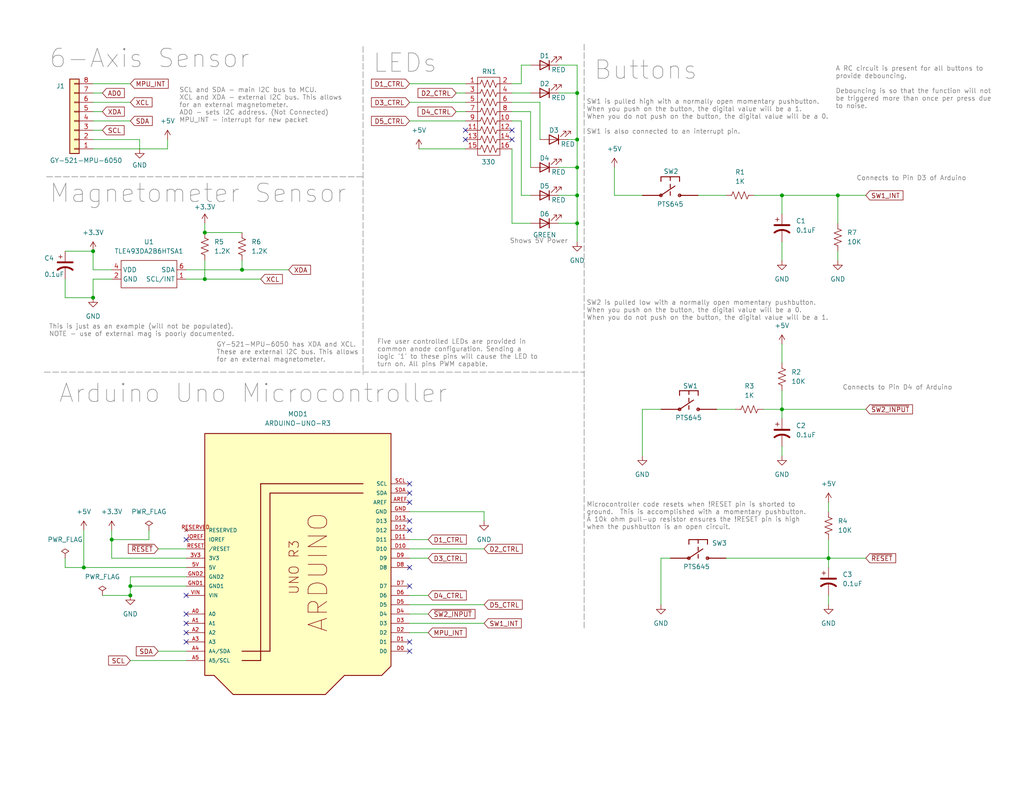
<source format=kicad_sch>
(kicad_sch (version 20230121) (generator eeschema)
  (paper "USLetter")
  (title_block (title "Week 3 Electrical Training Schematic") (date "2023-10-11") (rev "1.0") (company "RoboJackets"))
  (lib_symbols
    (symbol "Connector_Generic:Conn_01x08" (pin_names (offset 1.016) hide)
      (property "Reference" "J" (at 0 10.16 0))
      (property "Value" "Conn_01x08" (at 0 -12.7 0))
      (symbol "Conn_01x08_1_1"
        (rectangle (start -1.27 -10.033) (end 0 -10.287) (stroke (width 0.1524)))
        (rectangle (start -1.27 -7.493) (end 0 -7.747) (stroke (width 0.1524)))
        (rectangle (start -1.27 -4.953) (end 0 -5.207) (stroke (width 0.1524)))
        (rectangle (start -1.27 -2.413) (end 0 -2.667) (stroke (width 0.1524)))
        (rectangle (start -1.27 0.127) (end 0 -0.127) (stroke (width 0.1524)))
        (rectangle (start -1.27 2.667) (end 0 2.413) (stroke (width 0.1524)))
        (rectangle (start -1.27 5.207) (end 0 4.953) (stroke (width 0.1524)))
        (rectangle (start -1.27 7.747) (end 0 7.493) (stroke (width 0.1524)))
        (rectangle (start -1.27 8.89) (end 1.27 -11.43) (stroke (width 0.254)) (fill (type background)))
        (pin passive line (at -5.08 7.62 0) (length 3.81) (name "Pin_1") (number "1"))
        (pin passive line (at -5.08 5.08 0) (length 3.81) (name "Pin_2") (number "2"))
        (pin passive line (at -5.08 2.54 0) (length 3.81) (name "Pin_3") (number "3"))
        (pin passive line (at -5.08 0 0) (length 3.81) (name "Pin_4") (number "4"))
        (pin passive line (at -5.08 -2.54 0) (length 3.81) (name "Pin_5") (number "5"))
        (pin passive line (at -5.08 -5.08 0) (length 3.81) (name "Pin_6") (number "6"))
        (pin passive line (at -5.08 -7.62 0) (length 3.81) (name "Pin_7") (number "7"))
        (pin passive line (at -5.08 -10.16 0) (length 3.81) (name "Pin_8") (number "8"))
      )
    )
    (symbol "Device:C_Polarized_US" (pin_numbers hide) (pin_names (offset 0.254) hide)
      (property "Reference" "C" (at 0.635 2.54 0))
      (property "Value" "C_Polarized_US" (at 0.635 -2.54 0))
      (symbol "C_Polarized_US_0_1"
        (polyline (pts (xy -2.032 0.762) (xy 2.032 0.762)) (stroke (width 0.508)))
        (polyline (pts (xy -1.778 2.286) (xy -0.762 2.286)))
        (polyline (pts (xy -1.27 1.778) (xy -1.27 2.794)))
        (arc (start 2.032 -1.27) (mid 0 -0.5572) (end -2.032 -1.27) (stroke (width 0.508)))
      )
      (symbol "C_Polarized_US_1_1"
        (pin passive line (at 0 3.81 270) (length 2.794) (name "~") (number "1"))
        (pin passive line (at 0 -3.81 90) (length 3.302) (name "~") (number "2"))
      )
    )
    (symbol "Device:LED" (pin_numbers hide) (pin_names (offset 1.016) hide)
      (property "Reference" "D" (at 0 2.54 0))
      (property "Value" "LED" (at 0 -2.54 0))
      (symbol "LED_0_1"
        (polyline (pts (xy -1.27 -1.27) (xy -1.27 1.27)) (stroke (width 0.254)))
        (polyline (pts (xy -1.27 0) (xy 1.27 0)))
        (polyline (pts (xy 1.27 -1.27) (xy 1.27 1.27) (xy -1.27 0) (xy 1.27 -1.27)) (stroke (width 0.254)))
        (polyline (pts (xy -3.048 -0.762) (xy -4.572 -2.286) (xy -3.81 -2.286) (xy -4.572 -2.286) (xy -4.572 -1.524)))
        (polyline (pts (xy -1.778 -0.762) (xy -3.302 -2.286) (xy -2.54 -2.286) (xy -3.302 -2.286) (xy -3.302 -1.524)))
      )
      (symbol "LED_1_1"
        (pin passive line (at -3.81 0 0) (length 2.54) (name "K") (number "1"))
        (pin passive line (at 3.81 0 180) (length 2.54) (name "A") (number "2"))
      )
    )
    (symbol "Device:R_US" (pin_numbers hide) (pin_names (offset 0))
      (property "Reference" "R" (at 2.54 0 90))
      (property "Value" "R_US" (at -2.54 0 90))
      (symbol "R_US_0_1"
        (polyline (pts (xy 0 -2.286) (xy 0 -2.54)))
        (polyline (pts (xy 0 2.286) (xy 0 2.54)))
        (polyline (pts (xy 0 -0.762) (xy 1.016 -1.143) (xy 0 -1.524) (xy -1.016 -1.905) (xy 0 -2.286)))
        (polyline (pts (xy 0 0.762) (xy 1.016 0.381) (xy 0 0) (xy -1.016 -0.381) (xy 0 -0.762)))
        (polyline (pts (xy 0 2.286) (xy 1.016 1.905) (xy 0 1.524) (xy -1.016 1.143) (xy 0 0.762)))
      )
      (symbol "R_US_1_1"
        (pin passive line (at 0 3.81 270) (length 1.27) (name "~") (number "1"))
        (pin passive line (at 0 -3.81 90) (length 1.27) (name "~") (number "2"))
      )
    )
    (symbol "PTS645_1" (pin_names (offset 1.016))
      (property "Reference" "SW" (at -2.54 -2.54 0))
      (property "Value" "PTS645" (at 0.508 5.969 0))
      (symbol "PTS645_1_0_0"
        (circle (center -2.54 0) (radius 0.3592) (stroke (width 0.254)))
        (polyline (pts (xy -7.62 0) (xy -2.54 0)) (stroke (width 0.254)))
        (polyline (pts (xy -2.54 0) (xy 1.27 2.54)) (stroke (width 0.254)))
        (polyline (pts (xy -2.54 3.81) (xy -2.54 5.08)) (stroke (width 0.254)))
        (polyline (pts (xy -2.54 5.08) (xy 0 5.08)) (stroke (width 0.254)))
        (polyline (pts (xy 0 0) (xy 0 1.016)) (stroke (width 0.254)))
        (polyline (pts (xy 0 2.032) (xy 0 3.048)) (stroke (width 0.254)))
        (polyline (pts (xy 0 4.064) (xy 0 5.08)) (stroke (width 0.254)))
        (polyline (pts (xy 0 5.08) (xy 2.54 5.08)) (stroke (width 0.254)))
        (polyline (pts (xy 2.54 0) (xy 7.62 0)) (stroke (width 0.254)))
        (polyline (pts (xy 2.54 5.08) (xy 2.54 3.81)) (stroke (width 0.254)))
        (circle (center 2.54 0) (radius 0.3592) (stroke (width 0.254)))
      )
      (symbol "PTS645_1_1_0"
        (pin passive line (at -7.62 0 0) (length 5.08) hide (name "~") (number "1"))
        (pin passive line (at -7.62 0 0) (length 5.08) hide (name "~") (number "2"))
        (pin passive line (at 7.62 0 180) (length 5.08) hide (name "~") (number "3"))
        (pin passive line (at 7.62 0 180) (length 5.08) hide (name "~") (number "4"))
      )
    )
    (symbol "PTS645_2" (pin_names (offset 1.016))
      (property "Reference" "SW" (at -2.54 -2.54 0))
      (property "Value" "PTS645" (at 0.508 5.969 0))
      (symbol "PTS645_2_0_0"
        (circle (center -2.54 0) (radius 0.3592) (stroke (width 0.254)))
        (polyline (pts (xy -7.62 0) (xy -2.54 0)) (stroke (width 0.254)))
        (polyline (pts (xy -2.54 0) (xy 1.27 2.54)) (stroke (width 0.254)))
        (polyline (pts (xy -2.54 3.81) (xy -2.54 5.08)) (stroke (width 0.254)))
        (polyline (pts (xy -2.54 5.08) (xy 0 5.08)) (stroke (width 0.254)))
        (polyline (pts (xy 0 0) (xy 0 1.016)) (stroke (width 0.254)))
        (polyline (pts (xy 0 2.032) (xy 0 3.048)) (stroke (width 0.254)))
        (polyline (pts (xy 0 4.064) (xy 0 5.08)) (stroke (width 0.254)))
        (polyline (pts (xy 0 5.08) (xy 2.54 5.08)) (stroke (width 0.254)))
        (polyline (pts (xy 2.54 0) (xy 7.62 0)) (stroke (width 0.254)))
        (polyline (pts (xy 2.54 5.08) (xy 2.54 3.81)) (stroke (width 0.254)))
        (circle (center 2.54 0) (radius 0.3592) (stroke (width 0.254)))
      )
      (symbol "PTS645_2_1_0"
        (pin passive line (at -7.62 0 0) (length 5.08) hide (name "~") (number "1"))
        (pin passive line (at -7.62 0 0) (length 5.08) hide (name "~") (number "2"))
        (pin passive line (at 7.62 0 180) (length 5.08) hide (name "~") (number "3"))
        (pin passive line (at 7.62 0 180) (length 5.08) hide (name "~") (number "4"))
      )
    )
    (symbol "RoboJackets:ARDUINO-UNO-R3" (pin_names (offset 1.016))
      (property "Reference" "MOD" (at 30.861 -41.656 90))
      (property "Value" "ARDUINO-UNO-R3" (at -2.794 36.322 0))
      (symbol "ARDUINO-UNO-R3_0_0"
        (polyline (pts (xy -10.16 -27.94) (xy -15.24 -27.94)) (stroke (width 0.254)))
        (polyline (pts (xy -10.16 20.32) (xy -10.16 -27.94)) (stroke (width 0.254)))
        (polyline (pts (xy -7.62 -25.4) (xy -15.24 -25.4)) (stroke (width 0.254)))
        (polyline (pts (xy -7.62 17.78) (xy -7.62 -25.4)) (stroke (width 0.254)))
        (polyline (pts (xy 17.78 17.78) (xy -7.62 17.78)) (stroke (width 0.254)))
        (polyline (pts (xy 17.78 20.32) (xy -10.16 20.32)) (stroke (width 0.254)))
        (text "ARDUINO" (at 2.54 12.7 900) (effects (font (size 5.08 5.08)) (justify right top)))
        (text "UNO R3" (at -2.54 5.08 900) (effects (font (size 2.54 2.54)) (justify right top)))
        (pin power_in line (at -30.48 -2.54 0) (length 5.08) (name "5V") (number "5V"))
        (pin bidirectional line (at -30.48 -15.24 0) (length 5.08) (name "A0") (number "A0"))
        (pin bidirectional line (at -30.48 -17.78 0) (length 5.08) (name "A1") (number "A1"))
        (pin bidirectional line (at -30.48 -20.32 0) (length 5.08) (name "A2") (number "A2"))
        (pin bidirectional line (at -30.48 -22.86 0) (length 5.08) (name "A3") (number "A3"))
        (pin bidirectional line (at -30.48 -25.4 0) (length 5.08) (name "A4/SDA") (number "A4"))
        (pin bidirectional line (at -30.48 -27.94 0) (length 5.08) (name "A5/SCL") (number "A5"))
        (pin bidirectional line (at 30.48 15.24 180) (length 5.08) (name "AREF") (number "AREF"))
        (pin bidirectional line (at 30.48 -25.4 180) (length 5.08) (name "D0") (number "D0"))
        (pin bidirectional line (at 30.48 -22.86 180) (length 5.08) (name "D1") (number "D1"))
        (pin bidirectional line (at 30.48 2.54 180) (length 5.08) (name "D10") (number "D10"))
        (pin bidirectional line (at 30.48 5.08 180) (length 5.08) (name "D11") (number "D11"))
        (pin bidirectional line (at 30.48 7.62 180) (length 5.08) (name "D12") (number "D12"))
        (pin bidirectional line (at 30.48 10.16 180) (length 5.08) (name "D13") (number "D13"))
        (pin bidirectional line (at 30.48 -20.32 180) (length 5.08) (name "D2") (number "D2"))
        (pin bidirectional line (at 30.48 -17.78 180) (length 5.08) (name "D3") (number "D3"))
        (pin bidirectional line (at 30.48 -15.24 180) (length 5.08) (name "D4") (number "D4"))
        (pin bidirectional line (at 30.48 -12.7 180) (length 5.08) (name "D5") (number "D5"))
        (pin bidirectional line (at 30.48 -10.16 180) (length 5.08) (name "D6") (number "D6"))
        (pin bidirectional line (at 30.48 -7.62 180) (length 5.08) (name "D7") (number "D7"))
        (pin bidirectional line (at 30.48 -2.54 180) (length 5.08) (name "D8") (number "D8"))
        (pin bidirectional line (at 30.48 0 180) (length 5.08) (name "D9") (number "D9"))
        (pin power_in line (at 30.48 12.7 180) (length 5.08) (name "GND") (number "GND"))
        (pin power_in line (at -30.48 -7.62 0) (length 5.08) (name "GND1") (number "GND1"))
        (pin power_in line (at -30.48 -5.08 0) (length 5.08) (name "GND2") (number "GND2"))
        (pin output line (at -30.48 5.08 0) (length 5.08) (name "IOREF") (number "IOREF"))
        (pin no_connect line (at -30.48 7.62 0) (length 5.08) (name "RESERVED") (number "RESERVED"))
        (pin bidirectional line (at -30.48 2.54 0) (length 5.08) (name "/RESET") (number "RESET"))
        (pin bidirectional line (at 30.48 20.32 180) (length 5.08) (name "SCL") (number "SCL"))
        (pin bidirectional line (at 30.48 17.78 180) (length 5.08) (name "SDA") (number "SDA"))
        (pin power_in line (at -30.48 -10.16 0) (length 5.08) (name "VIN") (number "VIN"))
      )
      (symbol "ARDUINO-UNO-R3_1_0"
        (pin power_in line (at -30.48 0 0) (length 5.08) (name "3V3") (number "3V3"))
      )
      (symbol "ARDUINO-UNO-R3_1_1"
        (polyline (pts (xy 25.4 34.036) (xy -25.4 34.036) (xy -25.4 -32.004) (xy -22.86 -32.004) (xy -17.653 -37.211) (xy 7.493 -37.211) (xy 12.7 -32.004) (xy 22.86 -32.004) (xy 25.4 -29.464) (xy 25.4 34.036)) (stroke (width 0.254)) (fill (type background)))
      )
    )
    (symbol "RoboJackets:PTS645" (pin_names (offset 1.016))
      (property "Reference" "SW" (at -2.54 -2.54 0))
      (property "Value" "PTS645" (at 0.508 5.969 0))
      (symbol "PTS645_0_0"
        (circle (center -2.54 0) (radius 0.3592) (stroke (width 0.254)))
        (polyline (pts (xy -7.62 0) (xy -2.54 0)) (stroke (width 0.254)))
        (polyline (pts (xy -2.54 0) (xy 1.27 2.54)) (stroke (width 0.254)))
        (polyline (pts (xy -2.54 3.81) (xy -2.54 5.08)) (stroke (width 0.254)))
        (polyline (pts (xy -2.54 5.08) (xy 0 5.08)) (stroke (width 0.254)))
        (polyline (pts (xy 0 0) (xy 0 1.016)) (stroke (width 0.254)))
        (polyline (pts (xy 0 2.032) (xy 0 3.048)) (stroke (width 0.254)))
        (polyline (pts (xy 0 4.064) (xy 0 5.08)) (stroke (width 0.254)))
        (polyline (pts (xy 0 5.08) (xy 2.54 5.08)) (stroke (width 0.254)))
        (polyline (pts (xy 2.54 0) (xy 7.62 0)) (stroke (width 0.254)))
        (polyline (pts (xy 2.54 5.08) (xy 2.54 3.81)) (stroke (width 0.254)))
        (circle (center 2.54 0) (radius 0.3592) (stroke (width 0.254)))
      )
      (symbol "PTS645_1_0"
        (pin passive line (at -7.62 0 0) (length 5.08) hide (name "~") (number "1"))
        (pin passive line (at -7.62 0 0) (length 5.08) hide (name "~") (number "2"))
        (pin passive line (at 7.62 0 180) (length 5.08) hide (name "~") (number "3"))
        (pin passive line (at 7.62 0 180) (length 5.08) hide (name "~") (number "4"))
      )
    )
    (symbol "RoboJackets:R_Pack8_US"
      (property "Reference" "RN" (at 1.2192 2.794 0))
      (property "Value" "R_Pack8_US" (at 1.3208 -21.0566 0))
      (symbol "R_Pack8_US_0_1"
        (rectangle (start -1.778 1.778) (end 4.318 -19.558))
        (polyline (pts (xy -1.016 -17.78) (xy -1.27 -17.78)))
        (polyline (pts (xy -1.016 -15.24) (xy -1.27 -15.24)))
        (polyline (pts (xy -1.016 -12.7) (xy -1.27 -12.7)))
        (polyline (pts (xy -1.016 -10.16) (xy -1.27 -10.16)))
        (polyline (pts (xy -1.016 -7.62) (xy -1.27 -7.62)))
        (polyline (pts (xy -1.016 -5.08) (xy -1.27 -5.08)))
        (polyline (pts (xy -1.016 -2.54) (xy -1.27 -2.54)))
        (polyline (pts (xy -1.016 0) (xy -1.27 0)))
        (polyline (pts (xy 3.556 -17.78) (xy 3.81 -17.78)))
        (polyline (pts (xy 3.556 -15.24) (xy 3.81 -15.24)))
        (polyline (pts (xy 3.556 -12.7) (xy 3.81 -12.7)))
        (polyline (pts (xy 3.556 -10.16) (xy 3.81 -10.16)))
        (polyline (pts (xy 3.556 -7.62) (xy 3.81 -7.62)))
        (polyline (pts (xy 3.556 -5.08) (xy 3.81 -5.08)))
        (polyline (pts (xy 3.556 -2.54) (xy 3.81 -2.54)))
        (polyline (pts (xy 3.556 0) (xy 3.81 0)))
        (polyline (pts (xy -1.016 -17.78) (xy -0.635 -16.764) (xy -0.254 -17.78) (xy 0.127 -18.796) (xy 0.508 -17.78)))
        (polyline (pts (xy -1.016 -15.24) (xy -0.635 -14.224) (xy -0.254 -15.24) (xy 0.127 -16.256) (xy 0.508 -15.24)))
        (polyline (pts (xy -1.016 -12.7) (xy -0.635 -11.684) (xy -0.254 -12.7) (xy 0.127 -13.716) (xy 0.508 -12.7)))
        (polyline (pts (xy -1.016 -10.16) (xy -0.635 -9.144) (xy -0.254 -10.16) (xy 0.127 -11.176) (xy 0.508 -10.16)))
        (polyline (pts (xy -1.016 -7.62) (xy -0.635 -6.604) (xy -0.254 -7.62) (xy 0.127 -8.636) (xy 0.508 -7.62)))
        (polyline (pts (xy -1.016 -5.08) (xy -0.635 -4.064) (xy -0.254 -5.08) (xy 0.127 -6.096) (xy 0.508 -5.08)))
        (polyline (pts (xy -1.016 -2.54) (xy -0.635 -1.524) (xy -0.254 -2.54) (xy 0.127 -3.556) (xy 0.508 -2.54)))
        (polyline (pts (xy -1.016 0) (xy -0.635 1.016) (xy -0.254 0) (xy 0.127 -1.016) (xy 0.508 0)))
        (polyline (pts (xy 0.508 -17.78) (xy 0.889 -16.764) (xy 1.27 -17.78) (xy 1.651 -18.796) (xy 2.032 -17.78)))
        (polyline (pts (xy 0.508 -15.24) (xy 0.889 -14.224) (xy 1.27 -15.24) (xy 1.651 -16.256) (xy 2.032 -15.24)))
        (polyline (pts (xy 0.508 -12.7) (xy 0.889 -11.684) (xy 1.27 -12.7) (xy 1.651 -13.716) (xy 2.032 -12.7)))
        (polyline (pts (xy 0.508 -10.16) (xy 0.889 -9.144) (xy 1.27 -10.16) (xy 1.651 -11.176) (xy 2.032 -10.16)))
        (polyline (pts (xy 0.508 -7.62) (xy 0.889 -6.604) (xy 1.27 -7.62) (xy 1.651 -8.636) (xy 2.032 -7.62)))
        (polyline (pts (xy 0.508 -5.08) (xy 0.889 -4.064) (xy 1.27 -5.08) (xy 1.651 -6.096) (xy 2.032 -5.08)))
        (polyline (pts (xy 0.508 -2.54) (xy 0.889 -1.524) (xy 1.27 -2.54) (xy 1.651 -3.556) (xy 2.032 -2.54)))
        (polyline (pts (xy 0.508 0) (xy 0.889 1.016) (xy 1.27 0) (xy 1.651 -1.016) (xy 2.032 0)))
        (polyline (pts (xy 2.032 -17.78) (xy 2.413 -16.764) (xy 2.794 -17.78) (xy 3.175 -18.796) (xy 3.556 -17.78)))
        (polyline (pts (xy 2.032 -15.24) (xy 2.413 -14.224) (xy 2.794 -15.24) (xy 3.175 -16.256) (xy 3.556 -15.24)))
        (polyline (pts (xy 2.032 -12.7) (xy 2.413 -11.684) (xy 2.794 -12.7) (xy 3.175 -13.716) (xy 3.556 -12.7)))
        (polyline (pts (xy 2.032 -10.16) (xy 2.413 -9.144) (xy 2.794 -10.16) (xy 3.175 -11.176) (xy 3.556 -10.16)))
        (polyline (pts (xy 2.032 -7.62) (xy 2.413 -6.604) (xy 2.794 -7.62) (xy 3.175 -8.636) (xy 3.556 -7.62)))
        (polyline (pts (xy 2.032 -5.08) (xy 2.413 -4.064) (xy 2.794 -5.08) (xy 3.175 -6.096) (xy 3.556 -5.08)))
        (polyline (pts (xy 2.032 -2.54) (xy 2.413 -1.524) (xy 2.794 -2.54) (xy 3.175 -3.556) (xy 3.556 -2.54)))
        (polyline (pts (xy 2.032 0) (xy 2.413 1.016) (xy 2.794 0) (xy 3.175 -1.016) (xy 3.556 0)))
      )
      (symbol "R_Pack8_US_1_1"
        (pin passive line (at -5.08 0 0) (length 3.81) (name "~") (number "1"))
        (pin passive line (at 7.62 -10.16 180) (length 3.81) (name "~") (number "10"))
        (pin passive line (at -5.08 -12.7 0) (length 3.81) (name "~") (number "11"))
        (pin passive line (at 7.62 -12.7 180) (length 3.81) (name "~") (number "12"))
        (pin passive line (at -5.08 -15.24 0) (length 3.81) (name "~") (number "13"))
        (pin passive line (at 7.62 -15.24 180) (length 3.81) (name "~") (number "14"))
        (pin passive line (at -5.08 -17.78 0) (length 3.81) (name "~") (number "15"))
        (pin passive line (at 7.62 -17.78 180) (length 3.81) (name "~") (number "16"))
        (pin passive line (at 7.62 0 180) (length 3.81) (name "~") (number "2"))
        (pin passive line (at -5.08 -2.54 0) (length 3.81) (name "~") (number "3"))
        (pin passive line (at 7.62 -2.54 180) (length 3.81) (name "~") (number "4"))
        (pin passive line (at -5.08 -5.08 0) (length 3.81) (name "~") (number "5"))
        (pin passive line (at 7.62 -5.08 180) (length 3.81) (name "~") (number "6"))
        (pin passive line (at -5.08 -7.62 0) (length 3.81) (name "~") (number "7"))
        (pin passive line (at 7.62 -7.62 180) (length 3.81) (name "~") (number "8"))
        (pin passive line (at -5.08 -10.16 0) (length 3.81) (name "~") (number "9"))
      )
    )
    (symbol "RoboJackets:TLE493DA2B6HTSA1"
      (property "Reference" "U" (at -1.2144 3.8475 0))
      (property "Value" "TLE493DA2B6HTSA1" (at -0.4826 -6.8326 0))
      (symbol "TLE493DA2B6HTSA1_0_1"
        (rectangle (start -7.5946 2.54) (end 7.62 -4.9276))
      )
      (symbol "TLE493DA2B6HTSA1_1_1"
        (pin passive line (at 10.16 -2.54 180) (length 2.54) (name "SCL/INT") (number "1"))
        (pin passive line (at -10.16 -2.54 0) (length 2.54) (name "GND") (number "2"))
        (pin passive line (at -10.16 -2.54 0) (length 2.54) hide (name "GND") (number "3"))
        (pin passive line (at -10.16 0 0) (length 2.54) (name "VDD") (number "4"))
        (pin passive line (at -10.16 -2.54 0) (length 2.54) hide (name "GND") (number "5"))
        (pin passive line (at 10.16 0 180) (length 2.54) (name "SDA") (number "6"))
      )
    )
    (symbol "power:+3.3V" (power) (pin_names (offset 0))
      (property "Value" "+3.3V" (at 0 3.556 0))
      (symbol "+3.3V_0_1"
        (polyline (pts (xy -0.762 1.27) (xy 0 2.54)))
        (polyline (pts (xy 0 0) (xy 0 2.54)))
        (polyline (pts (xy 0 2.54) (xy 0.762 1.27)))
      )
      (symbol "+3.3V_1_1"
        (pin power_in line (at 0 0 90) (length 0) hide (name "+3.3V") (number "1"))
      )
    )
    (symbol "power:+5V" (power) (pin_names (offset 0))
      (property "Value" "+5V" (at 0 3.556 0))
      (symbol "+5V_0_1"
        (polyline (pts (xy -0.762 1.27) (xy 0 2.54)))
        (polyline (pts (xy 0 0) (xy 0 2.54)))
        (polyline (pts (xy 0 2.54) (xy 0.762 1.27)))
      )
      (symbol "+5V_1_1"
        (pin power_in line (at 0 0 90) (length 0) hide (name "+5V") (number "1"))
      )
    )
    (symbol "power:GND" (power) (pin_names (offset 0))
      (property "Value" "GND" (at 0 -3.81 0))
      (symbol "GND_0_1"
        (polyline (pts (xy 0 0) (xy 0 -1.27) (xy 1.27 -1.27) (xy 0 -2.54) (xy -1.27 -1.27) (xy 0 -1.27)))
      )
      (symbol "GND_1_1"
        (pin power_in line (at 0 0 270) (length 0) hide (name "GND") (number "1"))
      )
    )
    (symbol "power:PWR_FLAG" (power) (pin_numbers hide) (pin_names (offset 0) hide)
      (property "Value" "PWR_FLAG" (at 0 3.81 0))
      (symbol "PWR_FLAG_0_0"
        (pin power_out line (at 0 0 90) (length 0) (name "pwr") (number "1"))
      )
      (symbol "PWR_FLAG_0_1"
        (polyline (pts (xy 0 0) (xy 0 1.27) (xy -1.016 1.905) (xy 0 2.54) (xy 1.016 1.905) (xy 0 1.27)))
      )
    )
  )
  (junction (at 22.86 154.94))
  (junction (at 213.36 111.76))
  (junction (at 157.48 53.34))
  (junction (at 35.56 162.56))
  (junction (at 157.48 45.72))
  (junction (at 226.06 152.4))
  (junction (at 157.48 38.1))
  (junction (at 213.36 53.34))
  (junction (at 66.04 73.66))
  (junction (at 55.88 63.5))
  (junction (at 55.88 76.2))
  (junction (at 157.48 60.96))
  (junction (at 35.56 160.02))
  (junction (at 25.4 68.58))
  (junction (at 25.4 81.28))
  (junction (at 157.48 25.4))
  (junction (at 228.6 53.34))
  (junction (at 30.48 147.32))
  (no_connect (at 111.76 134.62))
  (no_connect (at 50.8 175.26))
  (no_connect (at 127 35.56))
  (no_connect (at 139.7 38.1))
  (no_connect (at 50.8 167.64))
  (no_connect (at 111.76 142.24))
  (no_connect (at 111.76 177.8))
  (no_connect (at 111.76 160.02))
  (no_connect (at 111.76 137.16))
  (no_connect (at 50.8 170.18))
  (no_connect (at 139.7 35.56))
  (no_connect (at 50.8 162.56))
  (no_connect (at 111.76 175.26))
  (no_connect (at 50.8 147.32))
  (no_connect (at 111.76 144.78))
  (no_connect (at 111.76 132.08))
  (no_connect (at 50.8 172.72))
  (no_connect (at 111.76 154.94))
  (no_connect (at 127 38.1))
  (wire (pts (xy 27.94 162.56) (xy 35.56 162.56)))
  (wire (pts (xy 175.26 111.76) (xy 175.26 124.46)))
  (wire (pts (xy 30.48 152.4) (xy 30.48 147.32)))
  (wire (pts (xy 157.48 60.96) (xy 157.48 66.04)))
  (wire (pts (xy 111.76 172.72) (xy 116.84 172.72)))
  (wire (pts (xy 25.4 73.66) (xy 30.48 73.66)))
  (wire (pts (xy 142.24 22.86) (xy 139.7 22.86)))
  (wire (pts (xy 127 40.64) (xy 114.3 40.64)))
  (wire (pts (xy 50.8 76.2) (xy 55.88 76.2)))
  (wire (pts (xy 213.36 106.68) (xy 213.36 111.76)))
  (wire (pts (xy 55.88 76.2) (xy 55.88 71.12)))
  (wire (pts (xy 111.76 147.32) (xy 116.84 147.32)))
  (wire (pts (xy 124.46 30.48) (xy 127 30.48)))
  (wire (pts (xy 144.78 30.48) (xy 139.7 30.48)))
  (wire (pts (xy 35.56 157.48) (xy 50.8 157.48)))
  (wire (pts (xy 35.56 157.48) (xy 35.56 160.02)))
  (wire (pts (xy 17.78 68.58) (xy 25.4 68.58)))
  (wire (pts (xy 25.4 33.02) (xy 35.56 33.02)))
  (wire (pts (xy 25.4 76.2) (xy 25.4 81.28)))
  (wire (pts (xy 25.4 35.56) (xy 27.94 35.56)))
  (wire (pts (xy 22.86 154.94) (xy 22.86 144.78)))
  (wire (pts (xy 25.4 40.64) (xy 45.72 40.64)))
  (wire (pts (xy 152.4 53.34) (xy 157.48 53.34)))
  (polyline (pts (xy 159.385 12.065) (xy 159.385 171.831)) (stroke (width 0) (type dash) (color 128 128 128 1)))
  (wire (pts (xy 175.26 111.76) (xy 180.34 111.76)))
  (wire (pts (xy 55.88 60.96) (xy 55.88 63.5)))
  (wire (pts (xy 111.76 22.86) (xy 127 22.86)))
  (wire (pts (xy 180.34 152.4) (xy 180.34 165.1)))
  (wire (pts (xy 142.24 17.78) (xy 144.78 17.78)))
  (wire (pts (xy 139.7 25.4) (xy 144.78 25.4)))
  (wire (pts (xy 226.06 162.56) (xy 226.06 165.1)))
  (wire (pts (xy 139.7 60.96) (xy 139.7 40.64)))
  (wire (pts (xy 111.76 27.94) (xy 127 27.94)))
  (wire (pts (xy 25.4 27.94) (xy 35.56 27.94)))
  (wire (pts (xy 144.78 60.96) (xy 139.7 60.96)))
  (wire (pts (xy 25.4 68.58) (xy 25.4 73.66)))
  (wire (pts (xy 226.06 152.4) (xy 236.22 152.4)))
  (wire (pts (xy 35.56 160.02) (xy 35.56 162.56)))
  (wire (pts (xy 213.36 53.34) (xy 213.36 58.42)))
  (wire (pts (xy 111.76 165.1) (xy 132.08 165.1)))
  (wire (pts (xy 17.78 152.4) (xy 17.78 154.94)))
  (wire (pts (xy 190.5 53.34) (xy 198.12 53.34)))
  (wire (pts (xy 228.6 68.58) (xy 228.6 71.12)))
  (wire (pts (xy 111.76 170.18) (xy 132.08 170.18)))
  (wire (pts (xy 213.36 53.34) (xy 228.6 53.34)))
  (wire (pts (xy 167.64 45.72) (xy 167.64 53.34)))
  (wire (pts (xy 208.28 111.76) (xy 213.36 111.76)))
  (wire (pts (xy 226.06 137.16) (xy 226.06 139.7)))
  (wire (pts (xy 43.18 149.86) (xy 50.8 149.86)))
  (wire (pts (xy 17.78 154.94) (xy 22.86 154.94)))
  (wire (pts (xy 213.36 121.92) (xy 213.36 124.46)))
  (wire (pts (xy 226.06 147.32) (xy 226.06 152.4)))
  (wire (pts (xy 157.48 38.1) (xy 157.48 45.72)))
  (wire (pts (xy 228.6 53.34) (xy 228.6 60.96)))
  (wire (pts (xy 198.12 152.4) (xy 226.06 152.4)))
  (wire (pts (xy 35.56 160.02) (xy 50.8 160.02)))
  (wire (pts (xy 157.48 17.78) (xy 152.4 17.78)))
  (wire (pts (xy 50.8 73.66) (xy 66.04 73.66)))
  (wire (pts (xy 25.4 25.4) (xy 27.94 25.4)))
  (wire (pts (xy 152.4 45.72) (xy 157.48 45.72)))
  (polyline (pts (xy 12.7 48.26) (xy 99.06 48.26)) (stroke (width 0) (type dash) (color 128 128 128 1)))
  (polyline (pts (xy 12.065 101.6) (xy 159.385 101.6)) (stroke (width 0) (type dash) (color 128 128 128 1)))
  (wire (pts (xy 213.36 66.04) (xy 213.36 71.12)))
  (wire (pts (xy 144.78 53.34) (xy 142.24 53.34)))
  (wire (pts (xy 167.64 53.34) (xy 175.26 53.34)))
  (wire (pts (xy 142.24 17.78) (xy 142.24 22.86)))
  (wire (pts (xy 124.46 25.4) (xy 127 25.4)))
  (wire (pts (xy 30.48 147.32) (xy 30.48 144.78)))
  (wire (pts (xy 45.72 40.64) (xy 45.72 38.1)))
  (wire (pts (xy 157.48 45.72) (xy 157.48 53.34)))
  (wire (pts (xy 111.76 162.56) (xy 116.84 162.56)))
  (wire (pts (xy 152.4 25.4) (xy 157.48 25.4)))
  (wire (pts (xy 111.76 33.02) (xy 127 33.02)))
  (wire (pts (xy 55.88 63.5) (xy 66.04 63.5)))
  (wire (pts (xy 154.94 38.1) (xy 157.48 38.1)))
  (wire (pts (xy 226.06 152.4) (xy 226.06 154.94)))
  (wire (pts (xy 144.78 45.72) (xy 144.78 30.48)))
  (wire (pts (xy 132.08 139.7) (xy 132.08 142.24)))
  (wire (pts (xy 228.6 53.34) (xy 236.22 53.34)))
  (wire (pts (xy 195.58 111.76) (xy 200.66 111.76)))
  (wire (pts (xy 111.76 152.4) (xy 116.84 152.4)))
  (wire (pts (xy 213.36 111.76) (xy 213.36 114.3)))
  (wire (pts (xy 213.36 111.76) (xy 236.22 111.76)))
  (wire (pts (xy 142.24 33.02) (xy 139.7 33.02)))
  (wire (pts (xy 25.4 22.86) (xy 35.56 22.86)))
  (wire (pts (xy 142.24 53.34) (xy 142.24 33.02)))
  (wire (pts (xy 111.76 167.64) (xy 116.84 167.64)))
  (wire (pts (xy 43.18 177.8) (xy 50.8 177.8)))
  (wire (pts (xy 30.48 152.4) (xy 50.8 152.4)))
  (polyline (pts (xy 99.06 12.7) (xy 99.06 102.235)) (stroke (width 0) (type dash) (color 128 128 128 1)))
  (wire (pts (xy 25.4 81.28) (xy 17.78 81.28)))
  (wire (pts (xy 25.4 76.2) (xy 30.48 76.2)))
  (wire (pts (xy 25.4 38.1) (xy 38.1 38.1)))
  (wire (pts (xy 55.88 76.2) (xy 71.12 76.2)))
  (wire (pts (xy 66.04 71.12) (xy 66.04 73.66)))
  (wire (pts (xy 111.76 139.7) (xy 132.08 139.7)))
  (wire (pts (xy 40.64 144.78) (xy 40.64 147.32)))
  (wire (pts (xy 147.32 27.94) (xy 147.32 38.1)))
  (wire (pts (xy 111.76 149.86) (xy 132.08 149.86)))
  (wire (pts (xy 25.4 30.48) (xy 27.94 30.48)))
  (wire (pts (xy 152.4 60.96) (xy 157.48 60.96)))
  (wire (pts (xy 157.48 53.34) (xy 157.48 60.96)))
  (wire (pts (xy 157.48 25.4) (xy 157.48 17.78)))
  (wire (pts (xy 205.74 53.34) (xy 213.36 53.34)))
  (wire (pts (xy 35.56 180.34) (xy 50.8 180.34)))
  (wire (pts (xy 182.88 152.4) (xy 180.34 152.4)))
  (wire (pts (xy 66.04 73.66) (xy 78.74 73.66)))
  (wire (pts (xy 40.64 147.32) (xy 30.48 147.32)))
  (wire (pts (xy 17.78 81.28) (xy 17.78 76.2)))
  (wire (pts (xy 157.48 25.4) (xy 157.48 38.1)))
  (wire (pts (xy 147.32 27.94) (xy 139.7 27.94)))
  (wire (pts (xy 38.1 38.1) (xy 38.1 40.64)))
  (wire (pts (xy 213.36 93.98) (xy 213.36 99.06)))
  (wire (pts (xy 22.86 154.94) (xy 50.8 154.94)))
  (text "Magnetometer Sensor" (at 13.335 55.88 0) (effects (font (size 5 5)) (justify left bottom)))
  (text "Shows 5V Power" (at 139.065 66.675 0) (effects (font (size 1.27 1.27)) (justify left bottom)))
  (text "SW1 is pulled high with a normally open momentary pushbutton. \nWhen you push on the button, the digital value will be a 1.\nWhen you do not push on the button, the digital value will be a 0.\n\nSW1 is also connected to an interrupt pin." (at 160.02 36.83 0) (effects (font (size 1.27 1.27)) (justify left bottom)))
  (text "Buttons" (at 161.925 22.225 0) (effects (font (size 5 5)) (justify left bottom)))
  (text "Arduino Uno Microcontroller" (at 15.875 110.49 0) (effects (font (size 5 5)) (justify left bottom)))
  (text "This is just as an example (will not be populated).\nNOTE - use of external mag is poorly documented." (at 13.335 92.075 0) (effects (font (size 1.27 1.27)) (justify left bottom)))
  (text "GY-521-MPU-6050 has XDA and XCL. \nThese are external I2C bus. This allows \nfor an external magnetometer." (at 59.055 99.06 0) (effects (font (size 1.27 1.27)) (justify left bottom)))
  (text "LEDs" (at 101.6 20.32 0) (effects (font (size 5 5)) (justify left bottom)))
  (text "A RC circuit is present for all buttons to \nprovide debouncing.\n\nDebouncing is so that the function will not \nbe triggered more than once per press due \nto noise." (at 227.965 29.845 0) (effects (font (size 1.27 1.27)) (justify left bottom)))
  (text "6-Axis Sensor" (at 13.335 19.05 0) (effects (font (size 5 5)) (justify left bottom)))
  (text "Connects to Pin D3 of Arduino" (at 233.68 49.53 0) (effects (font (size 1.27 1.27)) (justify left bottom)))
  (text "SCL and SDA - main I2C bus to MCU. \nXCL and XDA - external I2C bus. This allows \nfor an external magnetometer.\nAD0 - sets I2C address. (Not Connected)\nMPU_INT - interrupt for new packet" (at 48.895 33.655 0) (effects (font (size 1.27 1.27)) (justify left bottom)))
  (text "Five user controlled LEDs are provided in \ncommon anode configuration. Sending a \nlogic '1' to these pins will cause the LED to\nturn on. All pins PWM capable." (at 102.87 100.33 0) (effects (font (size 1.27 1.27)) (justify left bottom)))
  (text "Connects to Pin D4 of Arduino" (at 229.87 106.68 0) (effects (font (size 1.27 1.27)) (justify left bottom)))
  (text "SW2 is pulled low with a normally open momentary pushbutton. \nWhen you push on the button, the digital value will be a 0.\nWhen you do not push on the button, the digital value will be a 1." (at 160.02 87.63 0) (effects (font (size 1.27 1.27)) (justify left bottom)))
  (text "Microcontroller code resets when !RESET pin is shorted to\nground.  This is accomplished with a momentary pushbutton. \nA 10k ohm pull-up resistor ensures the !RESET pin is high\nwhen the pushbutton is an open circuit." (at 160.02 144.78 0) (effects (font (size 1.27 1.27)) (justify left bottom)))
  (global_label "D3_CTRL" (shape input) (at 111.76 27.94 180) (property "Intersheetrefs" "${INTERSHEET_REFS}" (effects hide)))
  (global_label "D4_CTRL" (shape input) (at 116.84 162.56 0) (property "Intersheetrefs" "${INTERSHEET_REFS}" (effects hide)))
  (global_label "SCL" (shape input) (at 27.94 35.56 0) (property "Intersheetrefs" "${INTERSHEET_REFS}" (effects hide)))
  (global_label "~{SW2_INPUT}" (shape input) (at 116.84 167.64 0) (property "Intersheetrefs" "${INTERSHEET_REFS}" (effects hide)))
  (global_label "D1_CTRL" (shape input) (at 116.84 147.32 0) (property "Intersheetrefs" "${INTERSHEET_REFS}" (effects hide)))
  (global_label "SDA" (shape input) (at 35.56 33.02 0) (property "Intersheetrefs" "${INTERSHEET_REFS}" (effects hide)))
  (global_label "D1_CTRL" (shape input) (at 111.76 22.86 180) (property "Intersheetrefs" "${INTERSHEET_REFS}" (effects hide)))
  (global_label "D4_CTRL" (shape input) (at 124.46 30.48 180) (property "Intersheetrefs" "${INTERSHEET_REFS}" (effects hide)))
  (global_label "SW1_INT" (shape input) (at 132.08 170.18 0) (property "Intersheetrefs" "${INTERSHEET_REFS}" (effects hide)))
  (global_label "D5_CTRL" (shape input) (at 132.08 165.1 0) (property "Intersheetrefs" "${INTERSHEET_REFS}" (effects hide)))
  (global_label "D3_CTRL" (shape input) (at 116.84 152.4 0) (property "Intersheetrefs" "${INTERSHEET_REFS}" (effects hide)))
  (global_label "SW1_INT" (shape input) (at 236.22 53.34 0) (property "Intersheetrefs" "${INTERSHEET_REFS}" (effects hide)))
  (global_label "XDA" (shape input) (at 78.74 73.66 0) (property "Intersheetrefs" "${INTERSHEET_REFS}" (effects hide)))
  (global_label "MPU_INT" (shape input) (at 35.56 22.86 0) (property "Intersheetrefs" "${INTERSHEET_REFS}" (effects hide)))
  (global_label "SCL" (shape input) (at 35.56 180.34 180) (property "Intersheetrefs" "${INTERSHEET_REFS}" (effects hide)))
  (global_label "AD0" (shape input) (at 27.94 25.4 0) (property "Intersheetrefs" "${INTERSHEET_REFS}" (effects hide)))
  (global_label "XCL" (shape input) (at 35.56 27.94 0) (property "Intersheetrefs" "${INTERSHEET_REFS}" (effects hide)))
  (global_label "SDA" (shape input) (at 43.18 177.8 180) (property "Intersheetrefs" "${INTERSHEET_REFS}" (effects hide)))
  (global_label "~{SW2_INPUT}" (shape input) (at 236.22 111.76 0) (property "Intersheetrefs" "${INTERSHEET_REFS}" (effects hide)))
  (global_label "~{RESET}" (shape input) (at 43.18 149.86 180) (property "Intersheetrefs" "${INTERSHEET_REFS}" (effects hide)))
  (global_label "D2_CTRL" (shape input) (at 132.08 149.86 0) (property "Intersheetrefs" "${INTERSHEET_REFS}" (effects hide)))
  (global_label "~{RESET}" (shape input) (at 236.22 152.4 0) (property "Intersheetrefs" "${INTERSHEET_REFS}" (effects hide)))
  (global_label "MPU_INT" (shape input) (at 116.84 172.72 0) (property "Intersheetrefs" "${INTERSHEET_REFS}" (effects hide)))
  (global_label "XDA" (shape input) (at 27.94 30.48 0) (property "Intersheetrefs" "${INTERSHEET_REFS}" (effects hide)))
  (global_label "D2_CTRL" (shape input) (at 124.46 25.4 180) (property "Intersheetrefs" "${INTERSHEET_REFS}" (effects hide)))
  (global_label "D5_CTRL" (shape input) (at 111.76 33.02 180) (property "Intersheetrefs" "${INTERSHEET_REFS}" (effects hide)))
  (global_label "XCL" (shape input) (at 71.12 76.2 0) (property "Intersheetrefs" "${INTERSHEET_REFS}" (effects hide)))
  (symbol (lib_id "power:GND") (at 180.34 165.1 0) (unit 1)
    (property "Reference" "#PWR07" (effects hide))
    (property "Value" "GND" (at 180.34 170.18 0))
  )
  (symbol (lib_id "power:GND") (at 228.6 71.12 0) (unit 1)
    (property "Reference" "#PWR03" (effects hide))
    (property "Value" "GND" (at 228.6 76.2 0))
  )
  (symbol (lib_id "power:PWR_FLAG") (at 27.94 162.56 0) (unit 1)
    (property "Reference" "#FLG03" (effects hide))
    (property "Value" "PWR_FLAG" (at 27.94 157.48 0))
  )
  (symbol (lib_id "Device:R_US") (at 226.06 143.51 0) (unit 1)
    (property "Reference" "R4" (at 228.6 142.24 0) (effects (justify left)))
    (property "Value" "10K" (at 228.6 144.78 0) (effects (justify left)))
  )
  (symbol (lib_id "power:GND") (at 132.08 142.24 0) (unit 1)
    (property "Reference" "#PWR020" (effects hide))
    (property "Value" "GND" (at 132.08 147.32 0))
  )
  (symbol (lib_id "power:PWR_FLAG") (at 17.78 152.4 0) (unit 1)
    (property "Reference" "#FLG01" (effects hide))
    (property "Value" "PWR_FLAG" (at 17.78 147.32 0))
  )
  (symbol (lib_id "Device:LED") (at 148.59 17.78 180) (unit 1)
    (property "Reference" "D1" (at 148.59 15.24 0))
    (property "Value" "RED" (at 152.4 19.05 0))
  )
  (symbol (lib_id "Device:C_Polarized_US") (at 17.78 72.39 0) (unit 1)
    (property "Reference" "C4" (at 12.065 70.485 0) (effects (justify left)))
    (property "Value" "0.1uF" (at 12.065 74.93 0) (effects (justify left)))
  )
  (symbol (lib_id "Device:C_Polarized_US") (at 213.36 118.11 0) (unit 1)
    (property "Reference" "C2" (at 217.17 116.205 0) (effects (justify left)))
    (property "Value" "0.1uF" (at 217.17 118.745 0) (effects (justify left)))
  )
  (symbol (lib_id "Device:LED") (at 148.59 45.72 180) (unit 1)
    (property "Reference" "D4" (at 148.59 43.18 0))
    (property "Value" "RED" (at 152.4 46.99 0))
  )
  (symbol (lib_name "PTS645_1") (lib_id "RoboJackets:PTS645") (at 187.96 111.76 0) (unit 1)
    (property "Reference" "SW1" (at 186.3343 105.3725 0) (effects (justify left)))
    (property "Value" "PTS645" (at 184.2441 114.0393 0) (effects (justify left)))
    (property "MF" "C&K" (effects hide))
    (property "Description" "\nTactile Switch SPST-NO Top Actuated Surface Mount\n" (effects hide))
    (property "Package" "None" (effects hide))
    (property "Price" "None" (effects hide))
    (property "SnapEDA_Link" "https://www.snapeda.com/parts/PTS645SM43SMTR/C%2526K/view-part/?ref=snap" (effects hide))
    (property "MP" "PTS645" (effects hide))
    (property "Purchase-URL" "https://www.snapeda.com/api/url_track_click_mouser/?unipart_id=587816&manufacturer=C&amp;K&part_name=PTS645SM43SMTR&search_term=pts645" (effects hide))
    (property "DIGIKEY" "CKN9112CT-ND" (effects hide))
    (property "Availability" "In Stock" (effects hide))
    (property "Check_prices" "https://www.snapeda.com/parts/PTS645SM43SMTR/C%2526K/view-part/?ref=eda" (effects hide))
  )
  (symbol (lib_id "power:+5V") (at 114.3 40.64 0) (unit 1)
    (property "Reference" "#PWR013" (effects hide))
    (property "Value" "+5V" (at 114.3 35.56 0))
  )
  (symbol (lib_id "RoboJackets:ARDUINO-UNO-R3") (at 81.28 152.4 0) (unit 1)
    (property "Reference" "MOD1" (at 81.28 113.03 0))
    (property "Value" "ARDUINO-UNO-R3" (at 81.28 115.57 0))
    (property "Footprint" "ARDUINO-UNO-R3:ARDUINO-UNO-R3" (effects hide))
    (property "MF" "Velleman" (effects hide))
    (property "Description" "\nARDUINO UNO REV.3 / BOX (CARTON)\n" (effects hide))
    (property "Package" "Non-Standard Arduino" (effects hide))
    (property "Price" "None" (effects hide))
    (property "SnapEDA_Link" "https://www.snapeda.com/parts/ARDUINO-UNO-R3/Velleman/view-part/?ref=snap" (effects hide))
    (property "MP" "ARDUINO-UNO-R3" (effects hide))
    (property "Availability" "Not in stock" (effects hide))
    (property "Check_prices" "https://www.snapeda.com/parts/ARDUINO-UNO-R3/Velleman/view-part/?ref=eda" (effects hide))
  )
  (symbol (lib_name "PTS645_2") (lib_id "RoboJackets:PTS645") (at 182.88 53.34 0) (unit 1)
    (property "Reference" "SW2" (at 181.0414 46.7994 0) (effects (justify left)))
    (property "Value" "PTS645" (at 179.2329 55.7512 0) (effects (justify left)))
    (property "MF" "C&K" (effects hide))
    (property "Description" "\nTactile Switch SPST-NO Top Actuated Surface Mount\n" (effects hide))
    (property "Package" "None" (effects hide))
    (property "Price" "None" (effects hide))
    (property "SnapEDA_Link" "https://www.snapeda.com/parts/PTS645SM43SMTR/C%2526K/view-part/?ref=snap" (effects hide))
    (property "MP" "PTS645" (effects hide))
    (property "Purchase-URL" "https://www.snapeda.com/api/url_track_click_mouser/?unipart_id=587816&manufacturer=C&amp;K&part_name=PTS645SM43SMTR&search_term=pts645" (effects hide))
    (property "DIGIKEY" "CKN9112CT-ND" (effects hide))
    (property "Availability" "In Stock" (effects hide))
    (property "Check_prices" "https://www.snapeda.com/parts/PTS645SM43SMTR/C%2526K/view-part/?ref=eda" (effects hide))
  )
  (symbol (lib_id "power:GND") (at 226.06 165.1 0) (unit 1)
    (property "Reference" "#PWR08" (effects hide))
    (property "Value" "GND" (at 226.06 170.18 0))
  )
  (symbol (lib_id "Device:R_US") (at 66.04 67.31 0) (unit 1)
    (property "Reference" "R6" (at 68.58 66.04 0) (effects (justify left)))
    (property "Value" "1.2K" (at 68.58 68.58 0) (effects (justify left)))
  )
  (symbol (lib_id "Device:LED") (at 148.59 53.34 180) (unit 1)
    (property "Reference" "D5" (at 148.59 50.8 0))
    (property "Value" "RED" (at 152.4 54.61 0))
  )
  (symbol (lib_id "Device:C_Polarized_US") (at 226.06 158.75 0) (unit 1)
    (property "Reference" "C3" (at 229.87 156.845 0) (effects (justify left)))
    (property "Value" "0.1uF" (at 229.87 159.385 0) (effects (justify left)))
  )
  (symbol (lib_id "power:+5V") (at 226.06 137.16 0) (unit 1)
    (property "Reference" "#PWR019" (effects hide))
    (property "Value" "+5V" (at 226.06 132.08 0))
  )
  (symbol (lib_id "power:+5V") (at 213.36 93.98 0) (unit 1)
    (property "Reference" "#PWR04" (effects hide))
    (property "Value" "+5V" (at 213.36 88.9 0))
  )
  (symbol (lib_id "Device:LED") (at 148.59 25.4 180) (unit 1)
    (property "Reference" "D2" (at 148.59 22.86 0))
    (property "Value" "RED" (at 152.4 26.67 0))
  )
  (symbol (lib_id "power:GND") (at 38.1 40.64 0) (unit 1)
    (property "Reference" "#PWR014" (effects hide))
    (property "Value" "GND" (at 38.1 45.085 0))
  )
  (symbol (lib_id "Device:LED") (at 148.59 60.96 180) (unit 1)
    (property "Reference" "D6" (at 148.59 58.42 0))
    (property "Value" "GREEN" (at 148.59 64.135 0))
  )
  (symbol (lib_id "Device:LED") (at 151.13 38.1 180) (unit 1)
    (property "Reference" "D3" (at 151.13 35.56 0))
    (property "Value" "RED" (at 154.94 39.37 0))
  )
  (symbol (lib_id "power:+5V") (at 167.64 45.72 0) (unit 1)
    (property "Reference" "#PWR01" (effects hide))
    (property "Value" "+5V" (at 167.64 40.64 0))
  )
  (symbol (lib_id "Device:R_US") (at 204.47 111.76 90) (unit 1)
    (property "Reference" "R3" (at 204.47 105.41 90))
    (property "Value" "1K" (at 204.47 107.95 90))
  )
  (symbol (lib_id "power:GND") (at 213.36 124.46 0) (unit 1)
    (property "Reference" "#PWR05" (effects hide))
    (property "Value" "GND" (at 213.36 129.54 0))
  )
  (symbol (lib_id "RoboJackets:R_Pack8_US") (at 132.08 22.86 0) (unit 1)
    (property "Reference" "RN1" (at 133.4924 19.5373 0))
    (property "Value" "330" (at 133.2637 44.2317 0))
  )
  (symbol (lib_id "power:GND") (at 35.56 162.56 0) (unit 1)
    (property "Reference" "#PWR09" (effects hide))
    (property "Value" "GND" (at 35.56 167.64 0))
  )
  (symbol (lib_id "Device:R_US") (at 201.93 53.34 90) (unit 1)
    (property "Reference" "R1" (at 201.93 46.99 90))
    (property "Value" "1K" (at 201.93 49.53 90))
  )
  (symbol (lib_id "RoboJackets:PTS645") (at 190.5 152.4 0) (unit 1)
    (property "Reference" "SW3" (at 194.2604 148.2869 0) (effects (justify left)))
    (property "Value" "PTS645" (at 186.4089 154.7333 0) (effects (justify left)))
    (property "MF" "C&K" (effects hide))
    (property "Description" "\nTactile Switch SPST-NO Top Actuated Surface Mount\n" (effects hide))
    (property "Package" "None" (effects hide))
    (property "Price" "None" (effects hide))
    (property "SnapEDA_Link" "https://www.snapeda.com/parts/PTS645SM43SMTR/C%2526K/view-part/?ref=snap" (effects hide))
    (property "MP" "PTS645" (effects hide))
    (property "Purchase-URL" "https://www.snapeda.com/api/url_track_click_mouser/?unipart_id=587816&manufacturer=C&amp;K&part_name=PTS645SM43SMTR&search_term=pts645" (effects hide))
    (property "DIGIKEY" "CKN9112CT-ND" (effects hide))
    (property "Availability" "In Stock" (effects hide))
    (property "Check_prices" "https://www.snapeda.com/parts/PTS645SM43SMTR/C%2526K/view-part/?ref=eda" (effects hide))
  )
  (symbol (lib_id "power:+3.3V") (at 55.88 60.96 0) (unit 1)
    (property "Reference" "#PWR017" (effects hide))
    (property "Value" "+3.3V" (at 55.88 56.515 0))
  )
  (symbol (lib_id "Device:R_US") (at 55.88 67.31 180) (unit 1)
    (property "Reference" "R5" (at 58.42 66.04 0) (effects (justify right)))
    (property "Value" "1.2K" (at 58.42 68.58 0) (effects (justify right)))
  )
  (symbol (lib_id "power:GND") (at 157.48 66.04 0) (unit 1)
    (property "Reference" "#PWR012" (effects hide))
    (property "Value" "GND" (at 157.48 71.12 0))
  )
  (symbol (lib_id "Connector_Generic:Conn_01x08") (at 20.32 33.02 180) (unit 1)
    (property "Reference" "J1" (at 16.51 23.495 0))
    (property "Value" "GY-521-MPU-6050" (at 23.495 43.815 0))
  )
  (symbol (lib_id "Device:C_Polarized_US") (at 213.36 62.23 0) (unit 1)
    (property "Reference" "C1" (at 217.17 60.325 0) (effects (justify left)))
    (property "Value" "0.1uF" (at 217.17 62.865 0) (effects (justify left)))
  )
  (symbol (lib_id "power:+5V") (at 22.86 144.78 0) (unit 1)
    (property "Reference" "#PWR010" (effects hide))
    (property "Value" "+5V" (at 22.86 139.7 0))
  )
  (symbol (lib_id "power:+5V") (at 45.72 38.1 0) (unit 1)
    (property "Reference" "#PWR015" (effects hide))
    (property "Value" "+5V" (at 45.72 33.02 0))
  )
  (symbol (lib_id "power:+3.3V") (at 25.4 68.58 0) (unit 1)
    (property "Reference" "#PWR016" (effects hide))
    (property "Value" "+3.3V" (at 25.4 63.5 0))
  )
  (symbol (lib_id "RoboJackets:TLE493DA2B6HTSA1") (at 40.64 73.66 0) (unit 1)
    (property "Reference" "U1" (at 40.64 66.04 0))
    (property "Value" "TLE493DA2B6HTSA1" (at 40.64 68.58 0))
  )
  (symbol (lib_id "power:GND") (at 25.4 81.28 0) (unit 1)
    (property "Reference" "#PWR018" (effects hide))
    (property "Value" "GND" (at 25.4 86.36 0))
  )
  (symbol (lib_id "Device:R_US") (at 213.36 102.87 0) (unit 1)
    (property "Reference" "R2" (at 215.9 101.6 0) (effects (justify left)))
    (property "Value" "10K" (at 215.9 104.14 0) (effects (justify left)))
  )
  (symbol (lib_id "power:+3.3V") (at 30.48 144.78 0) (unit 1)
    (property "Reference" "#PWR011" (effects hide))
    (property "Value" "+3.3V" (at 30.48 139.7 0))
  )
  (symbol (lib_id "power:GND") (at 213.36 71.12 0) (unit 1)
    (property "Reference" "#PWR02" (effects hide))
    (property "Value" "GND" (at 213.36 76.2 0))
  )
  (symbol (lib_id "Device:R_US") (at 228.6 64.77 0) (unit 1)
    (property "Reference" "R7" (at 231.14 63.5 0) (effects (justify left)))
    (property "Value" "10K" (at 231.14 66.04 0) (effects (justify left)))
  )
  (symbol (lib_id "power:PWR_FLAG") (at 40.64 144.78 0) (unit 1)
    (property "Reference" "#FLG02" (effects hide))
    (property "Value" "PWR_FLAG" (at 40.64 139.7 0))
  )
  (symbol (lib_id "power:GND") (at 175.26 124.46 0) (unit 1)
    (property "Reference" "#PWR06" (effects hide))
    (property "Value" "GND" (at 175.26 129.54 0))
  )
)
</source>
